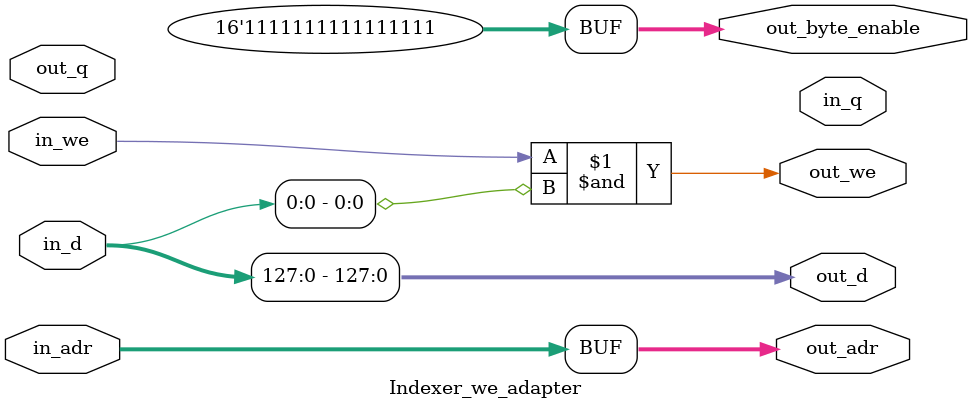
<source format=v>
/*****************************************************************************
 * This file is part of uvgKvazaarHW.
 *
 * Copyright (c) 2025, Tampere University, ITU/ISO/IEC, project contributors
 * All rights reserved.
 * 
 * Redistribution and use in source and binary forms, with or without modification,
 * are permitted provided that the following conditions are met:
 * 
 * * Redistributions of source code must retain the above copyright notice, this
 *   list of conditions and the following disclaimer.
 * 
 * * Redistributions in binary form must reproduce the above copyright notice, this
 *   list of conditions and the following disclaimer in the documentation and/or
 *   other materials provided with the distribution.
 * 
 * * Neither the name of the Tampere University or ITU/ISO/IEC nor the names of its
 *   contributors may be used to endorse or promote products derived from
 *   this software without specific prior written permission.
 * 
 * THIS SOFTWARE IS PROVIDED BY THE COPYRIGHT HOLDERS AND CONTRIBUTORS "AS IS" AND
 * ANY EXPRESS OR IMPLIED WARRANTIES, INCLUDING, BUT NOT LIMITED TO, THE IMPLIED
 * WARRANTIES OF MERCHANTABILITY AND FITNESS FOR A PARTICULAR PURPOSE ARE
 * DISCLAIMED. IN NO EVENT SHALL THE COPYRIGHT HOLDER OR CONTRIBUTORS BE LIABLE FOR
 * ANY DIRECT, INDIRECT, INCIDENTAL, SPECIAL, EXEMPLARY, OR CONSEQUENTIAL DAMAGES
 * INCLUDING, BUT NOT LIMITED TO, PROCUREMENT OF SUBSTITUTE GOODS OR SERVICES;
 * LOSS OF USE, DATA, OR PROFITS; OR BUSINESS INTERRUPTION HOWEVER CAUSED AND ON
 * ANY THEORY OF LIABILITY, WHETHER IN CONTRACT, STRICT LIABILITY, OR TORT
 * SOFTWARE, EVEN IF ADVISED OF THE POSSIBILITY OF SUCH DAMAGE.
 * INCLUDING NEGLIGENCE OR OTHERWISE ARISING IN ANY WAY OUT OF THE USE OF THIS
 ****************************************************************************/
 
module Indexer_we_adapter #(
    parameter ADDR_WIDTH = 12,
    parameter WRITE_ENABLES = 9,
    parameter DATA_WIDTH = 128,
    parameter WE_SELECT = 0
)(
    input [ADDR_WIDTH-1:0] in_adr,
    input in_we,
    input [DATA_WIDTH-1+WRITE_ENABLES:0] in_d,
    output [DATA_WIDTH-1+WRITE_ENABLES:0] in_q,
    output [ADDR_WIDTH-1:0] out_adr,
    output out_we,
    output [DATA_WIDTH-1:0] out_d,
    input [DATA_WIDTH-1:0] out_q,
    output [(DATA_WIDTH/8)-1:0] out_byte_enable
);

    assign out_adr = in_adr;
    assign out_we = in_we & in_d[WE_SELECT];
    assign out_d = in_d[DATA_WIDTH-1:0];
    //assign in_q = out_q;
    assign out_byte_enable = {(DATA_WIDTH/8){1'b1}};

endmodule

</source>
